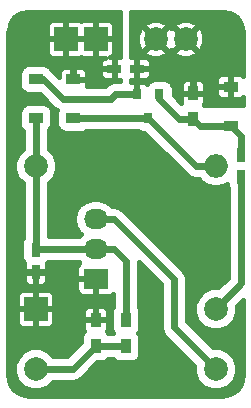
<source format=gbr>
G04 #@! TF.FileFunction,Copper,L1,Top,Signal*
%FSLAX46Y46*%
G04 Gerber Fmt 4.6, Leading zero omitted, Abs format (unit mm)*
G04 Created by KiCad (PCBNEW 4.0.7) date 03/13/18 20:21:14*
%MOMM*%
%LPD*%
G01*
G04 APERTURE LIST*
%ADD10C,0.100000*%
%ADD11R,1.200000X0.750000*%
%ADD12R,0.750000X1.200000*%
%ADD13R,1.200000X0.900000*%
%ADD14R,2.030000X1.730000*%
%ADD15O,2.030000X1.730000*%
%ADD16C,2.000000*%
%ADD17O,2.000000X2.000000*%
%ADD18R,0.800000X0.900000*%
%ADD19R,0.900000X1.200000*%
%ADD20R,2.000000X2.000000*%
%ADD21C,0.600000*%
%ADD22C,0.400000*%
G04 APERTURE END LIST*
D10*
D11*
X12380000Y-6350000D03*
X10480000Y-6350000D03*
D12*
X21209000Y-13655000D03*
X21209000Y-15555000D03*
X3810000Y-21656000D03*
X3810000Y-23556000D03*
D13*
X20320000Y-7875000D03*
X20320000Y-11175000D03*
X6985000Y-10540000D03*
X6985000Y-7240000D03*
X3810000Y-7240000D03*
X3810000Y-10540000D03*
D14*
X8890000Y-24130000D03*
D15*
X8890000Y-21590000D03*
X8890000Y-19050000D03*
D16*
X3810000Y-14605000D03*
D17*
X19050000Y-14605000D03*
D18*
X14285000Y-8525000D03*
X12385000Y-8525000D03*
X13335000Y-10525000D03*
D19*
X17145000Y-8425000D03*
X17145000Y-10625000D03*
X11430000Y-27602000D03*
X11430000Y-29802000D03*
X8890000Y-29802000D03*
X8890000Y-27602000D03*
D20*
X8890000Y-3810000D03*
D16*
X3810000Y-31750000D03*
D20*
X3810000Y-26670000D03*
X6350000Y-3810000D03*
D16*
X13970000Y-3810000D03*
X16510000Y-3810000D03*
X19050000Y-31750000D03*
X19050000Y-26670000D03*
D21*
X3810000Y-7240000D02*
X4446000Y-7240000D01*
X10525000Y-8525000D02*
X12385000Y-8525000D01*
X10160000Y-8890000D02*
X10525000Y-8525000D01*
X6096000Y-8890000D02*
X10160000Y-8890000D01*
X4446000Y-7240000D02*
X6096000Y-8890000D01*
X3810000Y-7240000D02*
X3938000Y-7240000D01*
X21209000Y-13655000D02*
X21209000Y-12064000D01*
X21209000Y-12064000D02*
X20320000Y-11175000D01*
X20320000Y-11175000D02*
X20320000Y-11176000D01*
X20320000Y-11175000D02*
X17695000Y-11175000D01*
X17695000Y-11175000D02*
X17145000Y-10625000D01*
X14285000Y-8525000D02*
X14285000Y-8951000D01*
X14285000Y-8951000D02*
X15959000Y-10625000D01*
X15959000Y-10625000D02*
X17145000Y-10625000D01*
X3810000Y-14605000D02*
X3810000Y-21656000D01*
X3810000Y-10540000D02*
X3810000Y-14605000D01*
X8890000Y-21590000D02*
X10414000Y-21590000D01*
X11430000Y-22606000D02*
X11430000Y-27602000D01*
X10414000Y-21590000D02*
X11430000Y-22606000D01*
X3744000Y-21590000D02*
X8890000Y-21590000D01*
X6985000Y-10540000D02*
X13320000Y-10540000D01*
X13320000Y-10540000D02*
X17385000Y-14605000D01*
X17385000Y-14605000D02*
X19050000Y-14605000D01*
X11430000Y-29802000D02*
X8890000Y-29802000D01*
X8890000Y-29802000D02*
X6942000Y-31750000D01*
X6942000Y-31750000D02*
X3810000Y-31750000D01*
X8890000Y-19050000D02*
X10414000Y-19050000D01*
X15494000Y-28194000D02*
X19050000Y-31750000D01*
X15494000Y-24130000D02*
X15494000Y-28194000D01*
X10414000Y-19050000D02*
X15494000Y-24130000D01*
X21209000Y-15555000D02*
X21209000Y-24511000D01*
X21209000Y-24511000D02*
X19050000Y-26670000D01*
D22*
G36*
X20315607Y-1652578D02*
X20850211Y-2009789D01*
X21207422Y-2544393D01*
X21350000Y-3261179D01*
X21350000Y-7006472D01*
X21259873Y-6916345D01*
X21039348Y-6825000D01*
X20520000Y-6825000D01*
X20370000Y-6975000D01*
X20370000Y-7825000D01*
X20390000Y-7825000D01*
X20390000Y-7925000D01*
X20370000Y-7925000D01*
X20370000Y-8775000D01*
X20520000Y-8925000D01*
X21039348Y-8925000D01*
X21259873Y-8833655D01*
X21350000Y-8743528D01*
X21350000Y-9452000D01*
X18173451Y-9452000D01*
X18080226Y-9388302D01*
X18103656Y-9364872D01*
X18195000Y-9144347D01*
X18195000Y-8625000D01*
X18045000Y-8475000D01*
X17195000Y-8475000D01*
X17195000Y-8495000D01*
X17095000Y-8495000D01*
X17095000Y-8475000D01*
X16245000Y-8475000D01*
X16095000Y-8625000D01*
X16095000Y-9144347D01*
X16138146Y-9248511D01*
X15500672Y-8611038D01*
X15500672Y-8075000D01*
X15444889Y-7778538D01*
X15397989Y-7705653D01*
X16095000Y-7705653D01*
X16095000Y-8225000D01*
X16245000Y-8375000D01*
X17095000Y-8375000D01*
X17095000Y-7375000D01*
X17195000Y-7375000D01*
X17195000Y-8375000D01*
X18045000Y-8375000D01*
X18195000Y-8225000D01*
X18195000Y-8075000D01*
X19120000Y-8075000D01*
X19120000Y-8444347D01*
X19211344Y-8664872D01*
X19380127Y-8833655D01*
X19600652Y-8925000D01*
X20120000Y-8925000D01*
X20270000Y-8775000D01*
X20270000Y-7925000D01*
X19270000Y-7925000D01*
X19120000Y-8075000D01*
X18195000Y-8075000D01*
X18195000Y-7705653D01*
X18103656Y-7485128D01*
X17934873Y-7316345D01*
X17909061Y-7305653D01*
X19120000Y-7305653D01*
X19120000Y-7675000D01*
X19270000Y-7825000D01*
X20270000Y-7825000D01*
X20270000Y-6975000D01*
X20120000Y-6825000D01*
X19600652Y-6825000D01*
X19380127Y-6916345D01*
X19211344Y-7085128D01*
X19120000Y-7305653D01*
X17909061Y-7305653D01*
X17714348Y-7225000D01*
X17345000Y-7225000D01*
X17195000Y-7375000D01*
X17095000Y-7375000D01*
X16945000Y-7225000D01*
X16575652Y-7225000D01*
X16355127Y-7316345D01*
X16186344Y-7485128D01*
X16095000Y-7705653D01*
X15397989Y-7705653D01*
X15269680Y-7506256D01*
X15002342Y-7323591D01*
X14685000Y-7259328D01*
X13885000Y-7259328D01*
X13588538Y-7315111D01*
X13316256Y-7490320D01*
X13207710Y-7649182D01*
X13124873Y-7566345D01*
X12904348Y-7475000D01*
X12585000Y-7475000D01*
X12435000Y-7625000D01*
X12435000Y-8475000D01*
X12455000Y-8475000D01*
X12455000Y-8575000D01*
X12435000Y-8575000D01*
X12435000Y-8595000D01*
X12335000Y-8595000D01*
X12335000Y-8575000D01*
X12315000Y-8575000D01*
X12315000Y-8475000D01*
X12335000Y-8475000D01*
X12335000Y-7625000D01*
X12185000Y-7475000D01*
X11884000Y-7475000D01*
X11884000Y-7325000D01*
X12180000Y-7325000D01*
X12330000Y-7175000D01*
X12330000Y-6400000D01*
X12430000Y-6400000D01*
X12430000Y-7175000D01*
X12580000Y-7325000D01*
X13099347Y-7325000D01*
X13319872Y-7233656D01*
X13488655Y-7064873D01*
X13580000Y-6844348D01*
X13580000Y-6550000D01*
X13430000Y-6400000D01*
X12430000Y-6400000D01*
X12330000Y-6400000D01*
X12310000Y-6400000D01*
X12310000Y-6300000D01*
X12330000Y-6300000D01*
X12330000Y-5525000D01*
X12430000Y-5525000D01*
X12430000Y-6300000D01*
X13430000Y-6300000D01*
X13580000Y-6150000D01*
X13580000Y-5855652D01*
X13488655Y-5635127D01*
X13319872Y-5466344D01*
X13099347Y-5375000D01*
X12580000Y-5375000D01*
X12430000Y-5525000D01*
X12330000Y-5525000D01*
X12180000Y-5375000D01*
X11884000Y-5375000D01*
X11884000Y-4892228D01*
X12958482Y-4892228D01*
X13052020Y-5158556D01*
X13637967Y-5407199D01*
X14274463Y-5412683D01*
X14864607Y-5174173D01*
X14887980Y-5158556D01*
X14981518Y-4892228D01*
X15498482Y-4892228D01*
X15592020Y-5158556D01*
X16177967Y-5407199D01*
X16814463Y-5412683D01*
X17404607Y-5174173D01*
X17427980Y-5158556D01*
X17521518Y-4892228D01*
X16510000Y-3880711D01*
X15498482Y-4892228D01*
X14981518Y-4892228D01*
X13970000Y-3880711D01*
X12958482Y-4892228D01*
X11884000Y-4892228D01*
X11884000Y-4114463D01*
X12367317Y-4114463D01*
X12605827Y-4704607D01*
X12621444Y-4727980D01*
X12887772Y-4821518D01*
X13899289Y-3810000D01*
X14040711Y-3810000D01*
X15052228Y-4821518D01*
X15240000Y-4755570D01*
X15427772Y-4821518D01*
X16439289Y-3810000D01*
X16580711Y-3810000D01*
X17592228Y-4821518D01*
X17858556Y-4727980D01*
X18107199Y-4142033D01*
X18112683Y-3505537D01*
X17874173Y-2915393D01*
X17858556Y-2892020D01*
X17592228Y-2798482D01*
X16580711Y-3810000D01*
X16439289Y-3810000D01*
X15427772Y-2798482D01*
X15240000Y-2864430D01*
X15052228Y-2798482D01*
X14040711Y-3810000D01*
X13899289Y-3810000D01*
X12887772Y-2798482D01*
X12621444Y-2892020D01*
X12372801Y-3477967D01*
X12367317Y-4114463D01*
X11884000Y-4114463D01*
X11884000Y-2727772D01*
X12958482Y-2727772D01*
X13970000Y-3739289D01*
X14981518Y-2727772D01*
X15498482Y-2727772D01*
X16510000Y-3739289D01*
X17521518Y-2727772D01*
X17427980Y-2461444D01*
X16842033Y-2212801D01*
X16205537Y-2207317D01*
X15615393Y-2445827D01*
X15592020Y-2461444D01*
X15498482Y-2727772D01*
X14981518Y-2727772D01*
X14887980Y-2461444D01*
X14302033Y-2212801D01*
X13665537Y-2207317D01*
X13075393Y-2445827D01*
X13052020Y-2461444D01*
X12958482Y-2727772D01*
X11884000Y-2727772D01*
X11884000Y-1510000D01*
X19598821Y-1510000D01*
X20315607Y-1652578D01*
X20315607Y-1652578D01*
G37*
X20315607Y-1652578D02*
X20850211Y-2009789D01*
X21207422Y-2544393D01*
X21350000Y-3261179D01*
X21350000Y-7006472D01*
X21259873Y-6916345D01*
X21039348Y-6825000D01*
X20520000Y-6825000D01*
X20370000Y-6975000D01*
X20370000Y-7825000D01*
X20390000Y-7825000D01*
X20390000Y-7925000D01*
X20370000Y-7925000D01*
X20370000Y-8775000D01*
X20520000Y-8925000D01*
X21039348Y-8925000D01*
X21259873Y-8833655D01*
X21350000Y-8743528D01*
X21350000Y-9452000D01*
X18173451Y-9452000D01*
X18080226Y-9388302D01*
X18103656Y-9364872D01*
X18195000Y-9144347D01*
X18195000Y-8625000D01*
X18045000Y-8475000D01*
X17195000Y-8475000D01*
X17195000Y-8495000D01*
X17095000Y-8495000D01*
X17095000Y-8475000D01*
X16245000Y-8475000D01*
X16095000Y-8625000D01*
X16095000Y-9144347D01*
X16138146Y-9248511D01*
X15500672Y-8611038D01*
X15500672Y-8075000D01*
X15444889Y-7778538D01*
X15397989Y-7705653D01*
X16095000Y-7705653D01*
X16095000Y-8225000D01*
X16245000Y-8375000D01*
X17095000Y-8375000D01*
X17095000Y-7375000D01*
X17195000Y-7375000D01*
X17195000Y-8375000D01*
X18045000Y-8375000D01*
X18195000Y-8225000D01*
X18195000Y-8075000D01*
X19120000Y-8075000D01*
X19120000Y-8444347D01*
X19211344Y-8664872D01*
X19380127Y-8833655D01*
X19600652Y-8925000D01*
X20120000Y-8925000D01*
X20270000Y-8775000D01*
X20270000Y-7925000D01*
X19270000Y-7925000D01*
X19120000Y-8075000D01*
X18195000Y-8075000D01*
X18195000Y-7705653D01*
X18103656Y-7485128D01*
X17934873Y-7316345D01*
X17909061Y-7305653D01*
X19120000Y-7305653D01*
X19120000Y-7675000D01*
X19270000Y-7825000D01*
X20270000Y-7825000D01*
X20270000Y-6975000D01*
X20120000Y-6825000D01*
X19600652Y-6825000D01*
X19380127Y-6916345D01*
X19211344Y-7085128D01*
X19120000Y-7305653D01*
X17909061Y-7305653D01*
X17714348Y-7225000D01*
X17345000Y-7225000D01*
X17195000Y-7375000D01*
X17095000Y-7375000D01*
X16945000Y-7225000D01*
X16575652Y-7225000D01*
X16355127Y-7316345D01*
X16186344Y-7485128D01*
X16095000Y-7705653D01*
X15397989Y-7705653D01*
X15269680Y-7506256D01*
X15002342Y-7323591D01*
X14685000Y-7259328D01*
X13885000Y-7259328D01*
X13588538Y-7315111D01*
X13316256Y-7490320D01*
X13207710Y-7649182D01*
X13124873Y-7566345D01*
X12904348Y-7475000D01*
X12585000Y-7475000D01*
X12435000Y-7625000D01*
X12435000Y-8475000D01*
X12455000Y-8475000D01*
X12455000Y-8575000D01*
X12435000Y-8575000D01*
X12435000Y-8595000D01*
X12335000Y-8595000D01*
X12335000Y-8575000D01*
X12315000Y-8575000D01*
X12315000Y-8475000D01*
X12335000Y-8475000D01*
X12335000Y-7625000D01*
X12185000Y-7475000D01*
X11884000Y-7475000D01*
X11884000Y-7325000D01*
X12180000Y-7325000D01*
X12330000Y-7175000D01*
X12330000Y-6400000D01*
X12430000Y-6400000D01*
X12430000Y-7175000D01*
X12580000Y-7325000D01*
X13099347Y-7325000D01*
X13319872Y-7233656D01*
X13488655Y-7064873D01*
X13580000Y-6844348D01*
X13580000Y-6550000D01*
X13430000Y-6400000D01*
X12430000Y-6400000D01*
X12330000Y-6400000D01*
X12310000Y-6400000D01*
X12310000Y-6300000D01*
X12330000Y-6300000D01*
X12330000Y-5525000D01*
X12430000Y-5525000D01*
X12430000Y-6300000D01*
X13430000Y-6300000D01*
X13580000Y-6150000D01*
X13580000Y-5855652D01*
X13488655Y-5635127D01*
X13319872Y-5466344D01*
X13099347Y-5375000D01*
X12580000Y-5375000D01*
X12430000Y-5525000D01*
X12330000Y-5525000D01*
X12180000Y-5375000D01*
X11884000Y-5375000D01*
X11884000Y-4892228D01*
X12958482Y-4892228D01*
X13052020Y-5158556D01*
X13637967Y-5407199D01*
X14274463Y-5412683D01*
X14864607Y-5174173D01*
X14887980Y-5158556D01*
X14981518Y-4892228D01*
X15498482Y-4892228D01*
X15592020Y-5158556D01*
X16177967Y-5407199D01*
X16814463Y-5412683D01*
X17404607Y-5174173D01*
X17427980Y-5158556D01*
X17521518Y-4892228D01*
X16510000Y-3880711D01*
X15498482Y-4892228D01*
X14981518Y-4892228D01*
X13970000Y-3880711D01*
X12958482Y-4892228D01*
X11884000Y-4892228D01*
X11884000Y-4114463D01*
X12367317Y-4114463D01*
X12605827Y-4704607D01*
X12621444Y-4727980D01*
X12887772Y-4821518D01*
X13899289Y-3810000D01*
X14040711Y-3810000D01*
X15052228Y-4821518D01*
X15240000Y-4755570D01*
X15427772Y-4821518D01*
X16439289Y-3810000D01*
X16580711Y-3810000D01*
X17592228Y-4821518D01*
X17858556Y-4727980D01*
X18107199Y-4142033D01*
X18112683Y-3505537D01*
X17874173Y-2915393D01*
X17858556Y-2892020D01*
X17592228Y-2798482D01*
X16580711Y-3810000D01*
X16439289Y-3810000D01*
X15427772Y-2798482D01*
X15240000Y-2864430D01*
X15052228Y-2798482D01*
X14040711Y-3810000D01*
X13899289Y-3810000D01*
X12887772Y-2798482D01*
X12621444Y-2892020D01*
X12372801Y-3477967D01*
X12367317Y-4114463D01*
X11884000Y-4114463D01*
X11884000Y-2727772D01*
X12958482Y-2727772D01*
X13970000Y-3739289D01*
X14981518Y-2727772D01*
X15498482Y-2727772D01*
X16510000Y-3739289D01*
X17521518Y-2727772D01*
X17427980Y-2461444D01*
X16842033Y-2212801D01*
X16205537Y-2207317D01*
X15615393Y-2445827D01*
X15592020Y-2461444D01*
X15498482Y-2727772D01*
X14981518Y-2727772D01*
X14887980Y-2461444D01*
X14302033Y-2212801D01*
X13665537Y-2207317D01*
X13075393Y-2445827D01*
X13052020Y-2461444D01*
X12958482Y-2727772D01*
X11884000Y-2727772D01*
X11884000Y-1510000D01*
X19598821Y-1510000D01*
X20315607Y-1652578D01*
G36*
X10976000Y-5375000D02*
X10680000Y-5375000D01*
X10530000Y-5525000D01*
X10530000Y-6300000D01*
X10550000Y-6300000D01*
X10550000Y-6400000D01*
X10530000Y-6400000D01*
X10530000Y-7175000D01*
X10680000Y-7325000D01*
X10976000Y-7325000D01*
X10976000Y-7425000D01*
X10525000Y-7425000D01*
X10104048Y-7508733D01*
X9876238Y-7660951D01*
X9747183Y-7747183D01*
X9704366Y-7790000D01*
X8185000Y-7790000D01*
X8185000Y-7440000D01*
X8035000Y-7290000D01*
X7035000Y-7290000D01*
X7035000Y-7310000D01*
X6935000Y-7310000D01*
X6935000Y-7290000D01*
X6915000Y-7290000D01*
X6915000Y-7190000D01*
X6935000Y-7190000D01*
X6935000Y-6340000D01*
X7035000Y-6340000D01*
X7035000Y-7190000D01*
X8035000Y-7190000D01*
X8185000Y-7040000D01*
X8185000Y-6670653D01*
X8135025Y-6550000D01*
X9280000Y-6550000D01*
X9280000Y-6844348D01*
X9371345Y-7064873D01*
X9540128Y-7233656D01*
X9760653Y-7325000D01*
X10280000Y-7325000D01*
X10430000Y-7175000D01*
X10430000Y-6400000D01*
X9430000Y-6400000D01*
X9280000Y-6550000D01*
X8135025Y-6550000D01*
X8093656Y-6450128D01*
X7924873Y-6281345D01*
X7704348Y-6190000D01*
X7185000Y-6190000D01*
X7035000Y-6340000D01*
X6935000Y-6340000D01*
X6785000Y-6190000D01*
X6265652Y-6190000D01*
X6045127Y-6281345D01*
X5876344Y-6450128D01*
X5785000Y-6670653D01*
X5785000Y-7023366D01*
X5223817Y-6462183D01*
X5205775Y-6450128D01*
X5093818Y-6375320D01*
X4994680Y-6221256D01*
X4727342Y-6038591D01*
X4410000Y-5974328D01*
X3210000Y-5974328D01*
X2913538Y-6030111D01*
X2641256Y-6205320D01*
X2458591Y-6472658D01*
X2394328Y-6790000D01*
X2394328Y-7690000D01*
X2450111Y-7986462D01*
X2625320Y-8258744D01*
X2892658Y-8441409D01*
X3210000Y-8505672D01*
X4156038Y-8505672D01*
X5318182Y-9667817D01*
X5614700Y-9865944D01*
X5569328Y-10090000D01*
X5569328Y-10990000D01*
X5625111Y-11286462D01*
X5800320Y-11558744D01*
X6067658Y-11741409D01*
X6385000Y-11805672D01*
X7585000Y-11805672D01*
X7881462Y-11749889D01*
X8052234Y-11640000D01*
X12491195Y-11640000D01*
X12617658Y-11726409D01*
X12935000Y-11790672D01*
X13015038Y-11790672D01*
X16607182Y-15382817D01*
X16785616Y-15502042D01*
X16964048Y-15621267D01*
X17385000Y-15705000D01*
X17626488Y-15705000D01*
X17741944Y-15877792D01*
X18325906Y-16267983D01*
X19014736Y-16405000D01*
X19085264Y-16405000D01*
X19774094Y-16267983D01*
X20018328Y-16104791D01*
X20018328Y-16155000D01*
X20074111Y-16451462D01*
X20109000Y-16505681D01*
X20109000Y-24055365D01*
X19294153Y-24870212D01*
X18693529Y-24869688D01*
X18031714Y-25143145D01*
X17524924Y-25649051D01*
X17250313Y-26310387D01*
X17249688Y-27026471D01*
X17523145Y-27688286D01*
X18029051Y-28195076D01*
X18690387Y-28469687D01*
X19406471Y-28470312D01*
X20068286Y-28196855D01*
X20575076Y-27690949D01*
X20849687Y-27029613D01*
X20850214Y-26425420D01*
X21350000Y-25925635D01*
X21350000Y-32298821D01*
X21207422Y-33015607D01*
X20850211Y-33550211D01*
X20315607Y-33907422D01*
X19598821Y-34050000D01*
X3261179Y-34050000D01*
X2544393Y-33907422D01*
X2009789Y-33550211D01*
X1652578Y-33015607D01*
X1510000Y-32298821D01*
X1510000Y-26870000D01*
X2210000Y-26870000D01*
X2210000Y-27789348D01*
X2301345Y-28009873D01*
X2470128Y-28178656D01*
X2690653Y-28270000D01*
X3610000Y-28270000D01*
X3760000Y-28120000D01*
X3760000Y-26720000D01*
X3860000Y-26720000D01*
X3860000Y-28120000D01*
X4010000Y-28270000D01*
X4929347Y-28270000D01*
X5149872Y-28178656D01*
X5318655Y-28009873D01*
X5410000Y-27789348D01*
X5410000Y-26882653D01*
X7840000Y-26882653D01*
X7840000Y-27402000D01*
X7990000Y-27552000D01*
X8840000Y-27552000D01*
X8840000Y-26552000D01*
X8940000Y-26552000D01*
X8940000Y-27552000D01*
X9790000Y-27552000D01*
X9940000Y-27402000D01*
X9940000Y-26882653D01*
X9848656Y-26662128D01*
X9679873Y-26493345D01*
X9459348Y-26402000D01*
X9090000Y-26402000D01*
X8940000Y-26552000D01*
X8840000Y-26552000D01*
X8690000Y-26402000D01*
X8320652Y-26402000D01*
X8100127Y-26493345D01*
X7931344Y-26662128D01*
X7840000Y-26882653D01*
X5410000Y-26882653D01*
X5410000Y-26870000D01*
X5260000Y-26720000D01*
X3860000Y-26720000D01*
X3760000Y-26720000D01*
X2360000Y-26720000D01*
X2210000Y-26870000D01*
X1510000Y-26870000D01*
X1510000Y-25550652D01*
X2210000Y-25550652D01*
X2210000Y-26470000D01*
X2360000Y-26620000D01*
X3760000Y-26620000D01*
X3760000Y-25220000D01*
X3860000Y-25220000D01*
X3860000Y-26620000D01*
X5260000Y-26620000D01*
X5410000Y-26470000D01*
X5410000Y-25550652D01*
X5318655Y-25330127D01*
X5149872Y-25161344D01*
X4929347Y-25070000D01*
X4010000Y-25070000D01*
X3860000Y-25220000D01*
X3760000Y-25220000D01*
X3610000Y-25070000D01*
X2690653Y-25070000D01*
X2470128Y-25161344D01*
X2301345Y-25330127D01*
X2210000Y-25550652D01*
X1510000Y-25550652D01*
X1510000Y-23756000D01*
X2835000Y-23756000D01*
X2835000Y-24275347D01*
X2926344Y-24495872D01*
X3095127Y-24664655D01*
X3315652Y-24756000D01*
X3610000Y-24756000D01*
X3760000Y-24606000D01*
X3760000Y-23606000D01*
X3860000Y-23606000D01*
X3860000Y-24606000D01*
X4010000Y-24756000D01*
X4304348Y-24756000D01*
X4524873Y-24664655D01*
X4693656Y-24495872D01*
X4762362Y-24330000D01*
X7275000Y-24330000D01*
X7275000Y-25114348D01*
X7366345Y-25334873D01*
X7535128Y-25503656D01*
X7755653Y-25595000D01*
X8690000Y-25595000D01*
X8840000Y-25445000D01*
X8840000Y-24180000D01*
X7425000Y-24180000D01*
X7275000Y-24330000D01*
X4762362Y-24330000D01*
X4785000Y-24275347D01*
X4785000Y-23756000D01*
X4635000Y-23606000D01*
X3860000Y-23606000D01*
X3760000Y-23606000D01*
X2985000Y-23606000D01*
X2835000Y-23756000D01*
X1510000Y-23756000D01*
X1510000Y-14961471D01*
X2009688Y-14961471D01*
X2283145Y-15623286D01*
X2710000Y-16050887D01*
X2710000Y-20700007D01*
X2683591Y-20738658D01*
X2619328Y-21056000D01*
X2619328Y-22256000D01*
X2675111Y-22552462D01*
X2844001Y-22814923D01*
X2835000Y-22836653D01*
X2835000Y-23356000D01*
X2985000Y-23506000D01*
X3760000Y-23506000D01*
X3760000Y-23486000D01*
X3860000Y-23486000D01*
X3860000Y-23506000D01*
X4635000Y-23506000D01*
X4785000Y-23356000D01*
X4785000Y-22836653D01*
X4774242Y-22810680D01*
X4856700Y-22690000D01*
X7475437Y-22690000D01*
X7525919Y-22765553D01*
X7366345Y-22925127D01*
X7275000Y-23145652D01*
X7275000Y-23930000D01*
X7425000Y-24080000D01*
X8840000Y-24080000D01*
X8840000Y-24060000D01*
X8940000Y-24060000D01*
X8940000Y-24080000D01*
X8960000Y-24080000D01*
X8960000Y-24180000D01*
X8940000Y-24180000D01*
X8940000Y-25445000D01*
X9090000Y-25595000D01*
X10024347Y-25595000D01*
X10244872Y-25503656D01*
X10330000Y-25418528D01*
X10330000Y-26536242D01*
X10228591Y-26684658D01*
X10164328Y-27002000D01*
X10164328Y-28202000D01*
X10220111Y-28498462D01*
X10351084Y-28702000D01*
X9968916Y-28702000D01*
X9924680Y-28633256D01*
X9825226Y-28565302D01*
X9848656Y-28541872D01*
X9940000Y-28321347D01*
X9940000Y-27802000D01*
X9790000Y-27652000D01*
X8940000Y-27652000D01*
X8940000Y-27672000D01*
X8840000Y-27672000D01*
X8840000Y-27652000D01*
X7990000Y-27652000D01*
X7840000Y-27802000D01*
X7840000Y-28321347D01*
X7931344Y-28541872D01*
X7953725Y-28564253D01*
X7871256Y-28617320D01*
X7688591Y-28884658D01*
X7624328Y-29202000D01*
X7624328Y-29512038D01*
X6486366Y-30650000D01*
X5255284Y-30650000D01*
X4830949Y-30224924D01*
X4169613Y-29950313D01*
X3453529Y-29949688D01*
X2791714Y-30223145D01*
X2284924Y-30729051D01*
X2010313Y-31390387D01*
X2009688Y-32106471D01*
X2283145Y-32768286D01*
X2789051Y-33275076D01*
X3450387Y-33549687D01*
X4166471Y-33550312D01*
X4828286Y-33276855D01*
X5255887Y-32850000D01*
X6942000Y-32850000D01*
X7362952Y-32766267D01*
X7719817Y-32527817D01*
X9029962Y-31217672D01*
X9340000Y-31217672D01*
X9636462Y-31161889D01*
X9908744Y-30986680D01*
X9966604Y-30902000D01*
X10351084Y-30902000D01*
X10395320Y-30970744D01*
X10662658Y-31153409D01*
X10980000Y-31217672D01*
X11880000Y-31217672D01*
X12176462Y-31161889D01*
X12448744Y-30986680D01*
X12631409Y-30719342D01*
X12695672Y-30402000D01*
X12695672Y-29202000D01*
X12639889Y-28905538D01*
X12507794Y-28700257D01*
X12631409Y-28519342D01*
X12695672Y-28202000D01*
X12695672Y-27002000D01*
X12639889Y-26705538D01*
X12530000Y-26534766D01*
X12530000Y-22721635D01*
X14394000Y-24585635D01*
X14394000Y-28194000D01*
X14477733Y-28614952D01*
X14602715Y-28802000D01*
X14716183Y-28971817D01*
X17250212Y-31505847D01*
X17249688Y-32106471D01*
X17523145Y-32768286D01*
X18029051Y-33275076D01*
X18690387Y-33549687D01*
X19406471Y-33550312D01*
X20068286Y-33276855D01*
X20575076Y-32770949D01*
X20849687Y-32109613D01*
X20850312Y-31393529D01*
X20576855Y-30731714D01*
X20070949Y-30224924D01*
X19409613Y-29950313D01*
X18805420Y-29949786D01*
X16594000Y-27738366D01*
X16594000Y-24130000D01*
X16510267Y-23709048D01*
X16414758Y-23566108D01*
X16271818Y-23352183D01*
X11191817Y-18272183D01*
X10834952Y-18033733D01*
X10414000Y-17950000D01*
X10304563Y-17950000D01*
X10252891Y-17872667D01*
X9712726Y-17511741D01*
X9075558Y-17385000D01*
X8704442Y-17385000D01*
X8067274Y-17511741D01*
X7527109Y-17872667D01*
X7166183Y-18412832D01*
X7039442Y-19050000D01*
X7166183Y-19687168D01*
X7527109Y-20227333D01*
X7665795Y-20320000D01*
X7527109Y-20412667D01*
X7475437Y-20490000D01*
X4910000Y-20490000D01*
X4910000Y-16050284D01*
X5335076Y-15625949D01*
X5609687Y-14964613D01*
X5610312Y-14248529D01*
X5336855Y-13586714D01*
X4910000Y-13159113D01*
X4910000Y-11618916D01*
X4978744Y-11574680D01*
X5161409Y-11307342D01*
X5225672Y-10990000D01*
X5225672Y-10090000D01*
X5169889Y-9793538D01*
X4994680Y-9521256D01*
X4727342Y-9338591D01*
X4410000Y-9274328D01*
X3210000Y-9274328D01*
X2913538Y-9330111D01*
X2641256Y-9505320D01*
X2458591Y-9772658D01*
X2394328Y-10090000D01*
X2394328Y-10990000D01*
X2450111Y-11286462D01*
X2625320Y-11558744D01*
X2710000Y-11616604D01*
X2710000Y-13159716D01*
X2284924Y-13584051D01*
X2010313Y-14245387D01*
X2009688Y-14961471D01*
X1510000Y-14961471D01*
X1510000Y-4010000D01*
X4750000Y-4010000D01*
X4750000Y-4929348D01*
X4841345Y-5149873D01*
X5010128Y-5318656D01*
X5230653Y-5410000D01*
X6150000Y-5410000D01*
X6300000Y-5260000D01*
X6300000Y-3860000D01*
X6400000Y-3860000D01*
X6400000Y-5260000D01*
X6550000Y-5410000D01*
X7469347Y-5410000D01*
X7620000Y-5347598D01*
X7770653Y-5410000D01*
X8690000Y-5410000D01*
X8840000Y-5260000D01*
X8840000Y-3860000D01*
X8940000Y-3860000D01*
X8940000Y-5260000D01*
X9090000Y-5410000D01*
X9676155Y-5410000D01*
X9540128Y-5466344D01*
X9371345Y-5635127D01*
X9280000Y-5855652D01*
X9280000Y-6150000D01*
X9430000Y-6300000D01*
X10430000Y-6300000D01*
X10430000Y-5525000D01*
X10280000Y-5375000D01*
X10093845Y-5375000D01*
X10229872Y-5318656D01*
X10398655Y-5149873D01*
X10490000Y-4929348D01*
X10490000Y-4010000D01*
X10340000Y-3860000D01*
X8940000Y-3860000D01*
X8840000Y-3860000D01*
X6400000Y-3860000D01*
X6300000Y-3860000D01*
X4900000Y-3860000D01*
X4750000Y-4010000D01*
X1510000Y-4010000D01*
X1510000Y-3261179D01*
X1623485Y-2690652D01*
X4750000Y-2690652D01*
X4750000Y-3610000D01*
X4900000Y-3760000D01*
X6300000Y-3760000D01*
X6300000Y-2360000D01*
X6400000Y-2360000D01*
X6400000Y-3760000D01*
X8840000Y-3760000D01*
X8840000Y-2360000D01*
X8940000Y-2360000D01*
X8940000Y-3760000D01*
X10340000Y-3760000D01*
X10490000Y-3610000D01*
X10490000Y-2690652D01*
X10398655Y-2470127D01*
X10229872Y-2301344D01*
X10009347Y-2210000D01*
X9090000Y-2210000D01*
X8940000Y-2360000D01*
X8840000Y-2360000D01*
X8690000Y-2210000D01*
X7770653Y-2210000D01*
X7620000Y-2272402D01*
X7469347Y-2210000D01*
X6550000Y-2210000D01*
X6400000Y-2360000D01*
X6300000Y-2360000D01*
X6150000Y-2210000D01*
X5230653Y-2210000D01*
X5010128Y-2301344D01*
X4841345Y-2470127D01*
X4750000Y-2690652D01*
X1623485Y-2690652D01*
X1652578Y-2544393D01*
X2009789Y-2009789D01*
X2544393Y-1652578D01*
X3261179Y-1510000D01*
X10976000Y-1510000D01*
X10976000Y-5375000D01*
X10976000Y-5375000D01*
G37*
X10976000Y-5375000D02*
X10680000Y-5375000D01*
X10530000Y-5525000D01*
X10530000Y-6300000D01*
X10550000Y-6300000D01*
X10550000Y-6400000D01*
X10530000Y-6400000D01*
X10530000Y-7175000D01*
X10680000Y-7325000D01*
X10976000Y-7325000D01*
X10976000Y-7425000D01*
X10525000Y-7425000D01*
X10104048Y-7508733D01*
X9876238Y-7660951D01*
X9747183Y-7747183D01*
X9704366Y-7790000D01*
X8185000Y-7790000D01*
X8185000Y-7440000D01*
X8035000Y-7290000D01*
X7035000Y-7290000D01*
X7035000Y-7310000D01*
X6935000Y-7310000D01*
X6935000Y-7290000D01*
X6915000Y-7290000D01*
X6915000Y-7190000D01*
X6935000Y-7190000D01*
X6935000Y-6340000D01*
X7035000Y-6340000D01*
X7035000Y-7190000D01*
X8035000Y-7190000D01*
X8185000Y-7040000D01*
X8185000Y-6670653D01*
X8135025Y-6550000D01*
X9280000Y-6550000D01*
X9280000Y-6844348D01*
X9371345Y-7064873D01*
X9540128Y-7233656D01*
X9760653Y-7325000D01*
X10280000Y-7325000D01*
X10430000Y-7175000D01*
X10430000Y-6400000D01*
X9430000Y-6400000D01*
X9280000Y-6550000D01*
X8135025Y-6550000D01*
X8093656Y-6450128D01*
X7924873Y-6281345D01*
X7704348Y-6190000D01*
X7185000Y-6190000D01*
X7035000Y-6340000D01*
X6935000Y-6340000D01*
X6785000Y-6190000D01*
X6265652Y-6190000D01*
X6045127Y-6281345D01*
X5876344Y-6450128D01*
X5785000Y-6670653D01*
X5785000Y-7023366D01*
X5223817Y-6462183D01*
X5205775Y-6450128D01*
X5093818Y-6375320D01*
X4994680Y-6221256D01*
X4727342Y-6038591D01*
X4410000Y-5974328D01*
X3210000Y-5974328D01*
X2913538Y-6030111D01*
X2641256Y-6205320D01*
X2458591Y-6472658D01*
X2394328Y-6790000D01*
X2394328Y-7690000D01*
X2450111Y-7986462D01*
X2625320Y-8258744D01*
X2892658Y-8441409D01*
X3210000Y-8505672D01*
X4156038Y-8505672D01*
X5318182Y-9667817D01*
X5614700Y-9865944D01*
X5569328Y-10090000D01*
X5569328Y-10990000D01*
X5625111Y-11286462D01*
X5800320Y-11558744D01*
X6067658Y-11741409D01*
X6385000Y-11805672D01*
X7585000Y-11805672D01*
X7881462Y-11749889D01*
X8052234Y-11640000D01*
X12491195Y-11640000D01*
X12617658Y-11726409D01*
X12935000Y-11790672D01*
X13015038Y-11790672D01*
X16607182Y-15382817D01*
X16785616Y-15502042D01*
X16964048Y-15621267D01*
X17385000Y-15705000D01*
X17626488Y-15705000D01*
X17741944Y-15877792D01*
X18325906Y-16267983D01*
X19014736Y-16405000D01*
X19085264Y-16405000D01*
X19774094Y-16267983D01*
X20018328Y-16104791D01*
X20018328Y-16155000D01*
X20074111Y-16451462D01*
X20109000Y-16505681D01*
X20109000Y-24055365D01*
X19294153Y-24870212D01*
X18693529Y-24869688D01*
X18031714Y-25143145D01*
X17524924Y-25649051D01*
X17250313Y-26310387D01*
X17249688Y-27026471D01*
X17523145Y-27688286D01*
X18029051Y-28195076D01*
X18690387Y-28469687D01*
X19406471Y-28470312D01*
X20068286Y-28196855D01*
X20575076Y-27690949D01*
X20849687Y-27029613D01*
X20850214Y-26425420D01*
X21350000Y-25925635D01*
X21350000Y-32298821D01*
X21207422Y-33015607D01*
X20850211Y-33550211D01*
X20315607Y-33907422D01*
X19598821Y-34050000D01*
X3261179Y-34050000D01*
X2544393Y-33907422D01*
X2009789Y-33550211D01*
X1652578Y-33015607D01*
X1510000Y-32298821D01*
X1510000Y-26870000D01*
X2210000Y-26870000D01*
X2210000Y-27789348D01*
X2301345Y-28009873D01*
X2470128Y-28178656D01*
X2690653Y-28270000D01*
X3610000Y-28270000D01*
X3760000Y-28120000D01*
X3760000Y-26720000D01*
X3860000Y-26720000D01*
X3860000Y-28120000D01*
X4010000Y-28270000D01*
X4929347Y-28270000D01*
X5149872Y-28178656D01*
X5318655Y-28009873D01*
X5410000Y-27789348D01*
X5410000Y-26882653D01*
X7840000Y-26882653D01*
X7840000Y-27402000D01*
X7990000Y-27552000D01*
X8840000Y-27552000D01*
X8840000Y-26552000D01*
X8940000Y-26552000D01*
X8940000Y-27552000D01*
X9790000Y-27552000D01*
X9940000Y-27402000D01*
X9940000Y-26882653D01*
X9848656Y-26662128D01*
X9679873Y-26493345D01*
X9459348Y-26402000D01*
X9090000Y-26402000D01*
X8940000Y-26552000D01*
X8840000Y-26552000D01*
X8690000Y-26402000D01*
X8320652Y-26402000D01*
X8100127Y-26493345D01*
X7931344Y-26662128D01*
X7840000Y-26882653D01*
X5410000Y-26882653D01*
X5410000Y-26870000D01*
X5260000Y-26720000D01*
X3860000Y-26720000D01*
X3760000Y-26720000D01*
X2360000Y-26720000D01*
X2210000Y-26870000D01*
X1510000Y-26870000D01*
X1510000Y-25550652D01*
X2210000Y-25550652D01*
X2210000Y-26470000D01*
X2360000Y-26620000D01*
X3760000Y-26620000D01*
X3760000Y-25220000D01*
X3860000Y-25220000D01*
X3860000Y-26620000D01*
X5260000Y-26620000D01*
X5410000Y-26470000D01*
X5410000Y-25550652D01*
X5318655Y-25330127D01*
X5149872Y-25161344D01*
X4929347Y-25070000D01*
X4010000Y-25070000D01*
X3860000Y-25220000D01*
X3760000Y-25220000D01*
X3610000Y-25070000D01*
X2690653Y-25070000D01*
X2470128Y-25161344D01*
X2301345Y-25330127D01*
X2210000Y-25550652D01*
X1510000Y-25550652D01*
X1510000Y-23756000D01*
X2835000Y-23756000D01*
X2835000Y-24275347D01*
X2926344Y-24495872D01*
X3095127Y-24664655D01*
X3315652Y-24756000D01*
X3610000Y-24756000D01*
X3760000Y-24606000D01*
X3760000Y-23606000D01*
X3860000Y-23606000D01*
X3860000Y-24606000D01*
X4010000Y-24756000D01*
X4304348Y-24756000D01*
X4524873Y-24664655D01*
X4693656Y-24495872D01*
X4762362Y-24330000D01*
X7275000Y-24330000D01*
X7275000Y-25114348D01*
X7366345Y-25334873D01*
X7535128Y-25503656D01*
X7755653Y-25595000D01*
X8690000Y-25595000D01*
X8840000Y-25445000D01*
X8840000Y-24180000D01*
X7425000Y-24180000D01*
X7275000Y-24330000D01*
X4762362Y-24330000D01*
X4785000Y-24275347D01*
X4785000Y-23756000D01*
X4635000Y-23606000D01*
X3860000Y-23606000D01*
X3760000Y-23606000D01*
X2985000Y-23606000D01*
X2835000Y-23756000D01*
X1510000Y-23756000D01*
X1510000Y-14961471D01*
X2009688Y-14961471D01*
X2283145Y-15623286D01*
X2710000Y-16050887D01*
X2710000Y-20700007D01*
X2683591Y-20738658D01*
X2619328Y-21056000D01*
X2619328Y-22256000D01*
X2675111Y-22552462D01*
X2844001Y-22814923D01*
X2835000Y-22836653D01*
X2835000Y-23356000D01*
X2985000Y-23506000D01*
X3760000Y-23506000D01*
X3760000Y-23486000D01*
X3860000Y-23486000D01*
X3860000Y-23506000D01*
X4635000Y-23506000D01*
X4785000Y-23356000D01*
X4785000Y-22836653D01*
X4774242Y-22810680D01*
X4856700Y-22690000D01*
X7475437Y-22690000D01*
X7525919Y-22765553D01*
X7366345Y-22925127D01*
X7275000Y-23145652D01*
X7275000Y-23930000D01*
X7425000Y-24080000D01*
X8840000Y-24080000D01*
X8840000Y-24060000D01*
X8940000Y-24060000D01*
X8940000Y-24080000D01*
X8960000Y-24080000D01*
X8960000Y-24180000D01*
X8940000Y-24180000D01*
X8940000Y-25445000D01*
X9090000Y-25595000D01*
X10024347Y-25595000D01*
X10244872Y-25503656D01*
X10330000Y-25418528D01*
X10330000Y-26536242D01*
X10228591Y-26684658D01*
X10164328Y-27002000D01*
X10164328Y-28202000D01*
X10220111Y-28498462D01*
X10351084Y-28702000D01*
X9968916Y-28702000D01*
X9924680Y-28633256D01*
X9825226Y-28565302D01*
X9848656Y-28541872D01*
X9940000Y-28321347D01*
X9940000Y-27802000D01*
X9790000Y-27652000D01*
X8940000Y-27652000D01*
X8940000Y-27672000D01*
X8840000Y-27672000D01*
X8840000Y-27652000D01*
X7990000Y-27652000D01*
X7840000Y-27802000D01*
X7840000Y-28321347D01*
X7931344Y-28541872D01*
X7953725Y-28564253D01*
X7871256Y-28617320D01*
X7688591Y-28884658D01*
X7624328Y-29202000D01*
X7624328Y-29512038D01*
X6486366Y-30650000D01*
X5255284Y-30650000D01*
X4830949Y-30224924D01*
X4169613Y-29950313D01*
X3453529Y-29949688D01*
X2791714Y-30223145D01*
X2284924Y-30729051D01*
X2010313Y-31390387D01*
X2009688Y-32106471D01*
X2283145Y-32768286D01*
X2789051Y-33275076D01*
X3450387Y-33549687D01*
X4166471Y-33550312D01*
X4828286Y-33276855D01*
X5255887Y-32850000D01*
X6942000Y-32850000D01*
X7362952Y-32766267D01*
X7719817Y-32527817D01*
X9029962Y-31217672D01*
X9340000Y-31217672D01*
X9636462Y-31161889D01*
X9908744Y-30986680D01*
X9966604Y-30902000D01*
X10351084Y-30902000D01*
X10395320Y-30970744D01*
X10662658Y-31153409D01*
X10980000Y-31217672D01*
X11880000Y-31217672D01*
X12176462Y-31161889D01*
X12448744Y-30986680D01*
X12631409Y-30719342D01*
X12695672Y-30402000D01*
X12695672Y-29202000D01*
X12639889Y-28905538D01*
X12507794Y-28700257D01*
X12631409Y-28519342D01*
X12695672Y-28202000D01*
X12695672Y-27002000D01*
X12639889Y-26705538D01*
X12530000Y-26534766D01*
X12530000Y-22721635D01*
X14394000Y-24585635D01*
X14394000Y-28194000D01*
X14477733Y-28614952D01*
X14602715Y-28802000D01*
X14716183Y-28971817D01*
X17250212Y-31505847D01*
X17249688Y-32106471D01*
X17523145Y-32768286D01*
X18029051Y-33275076D01*
X18690387Y-33549687D01*
X19406471Y-33550312D01*
X20068286Y-33276855D01*
X20575076Y-32770949D01*
X20849687Y-32109613D01*
X20850312Y-31393529D01*
X20576855Y-30731714D01*
X20070949Y-30224924D01*
X19409613Y-29950313D01*
X18805420Y-29949786D01*
X16594000Y-27738366D01*
X16594000Y-24130000D01*
X16510267Y-23709048D01*
X16414758Y-23566108D01*
X16271818Y-23352183D01*
X11191817Y-18272183D01*
X10834952Y-18033733D01*
X10414000Y-17950000D01*
X10304563Y-17950000D01*
X10252891Y-17872667D01*
X9712726Y-17511741D01*
X9075558Y-17385000D01*
X8704442Y-17385000D01*
X8067274Y-17511741D01*
X7527109Y-17872667D01*
X7166183Y-18412832D01*
X7039442Y-19050000D01*
X7166183Y-19687168D01*
X7527109Y-20227333D01*
X7665795Y-20320000D01*
X7527109Y-20412667D01*
X7475437Y-20490000D01*
X4910000Y-20490000D01*
X4910000Y-16050284D01*
X5335076Y-15625949D01*
X5609687Y-14964613D01*
X5610312Y-14248529D01*
X5336855Y-13586714D01*
X4910000Y-13159113D01*
X4910000Y-11618916D01*
X4978744Y-11574680D01*
X5161409Y-11307342D01*
X5225672Y-10990000D01*
X5225672Y-10090000D01*
X5169889Y-9793538D01*
X4994680Y-9521256D01*
X4727342Y-9338591D01*
X4410000Y-9274328D01*
X3210000Y-9274328D01*
X2913538Y-9330111D01*
X2641256Y-9505320D01*
X2458591Y-9772658D01*
X2394328Y-10090000D01*
X2394328Y-10990000D01*
X2450111Y-11286462D01*
X2625320Y-11558744D01*
X2710000Y-11616604D01*
X2710000Y-13159716D01*
X2284924Y-13584051D01*
X2010313Y-14245387D01*
X2009688Y-14961471D01*
X1510000Y-14961471D01*
X1510000Y-4010000D01*
X4750000Y-4010000D01*
X4750000Y-4929348D01*
X4841345Y-5149873D01*
X5010128Y-5318656D01*
X5230653Y-5410000D01*
X6150000Y-5410000D01*
X6300000Y-5260000D01*
X6300000Y-3860000D01*
X6400000Y-3860000D01*
X6400000Y-5260000D01*
X6550000Y-5410000D01*
X7469347Y-5410000D01*
X7620000Y-5347598D01*
X7770653Y-5410000D01*
X8690000Y-5410000D01*
X8840000Y-5260000D01*
X8840000Y-3860000D01*
X8940000Y-3860000D01*
X8940000Y-5260000D01*
X9090000Y-5410000D01*
X9676155Y-5410000D01*
X9540128Y-5466344D01*
X9371345Y-5635127D01*
X9280000Y-5855652D01*
X9280000Y-6150000D01*
X9430000Y-6300000D01*
X10430000Y-6300000D01*
X10430000Y-5525000D01*
X10280000Y-5375000D01*
X10093845Y-5375000D01*
X10229872Y-5318656D01*
X10398655Y-5149873D01*
X10490000Y-4929348D01*
X10490000Y-4010000D01*
X10340000Y-3860000D01*
X8940000Y-3860000D01*
X8840000Y-3860000D01*
X6400000Y-3860000D01*
X6300000Y-3860000D01*
X4900000Y-3860000D01*
X4750000Y-4010000D01*
X1510000Y-4010000D01*
X1510000Y-3261179D01*
X1623485Y-2690652D01*
X4750000Y-2690652D01*
X4750000Y-3610000D01*
X4900000Y-3760000D01*
X6300000Y-3760000D01*
X6300000Y-2360000D01*
X6400000Y-2360000D01*
X6400000Y-3760000D01*
X8840000Y-3760000D01*
X8840000Y-2360000D01*
X8940000Y-2360000D01*
X8940000Y-3760000D01*
X10340000Y-3760000D01*
X10490000Y-3610000D01*
X10490000Y-2690652D01*
X10398655Y-2470127D01*
X10229872Y-2301344D01*
X10009347Y-2210000D01*
X9090000Y-2210000D01*
X8940000Y-2360000D01*
X8840000Y-2360000D01*
X8690000Y-2210000D01*
X7770653Y-2210000D01*
X7620000Y-2272402D01*
X7469347Y-2210000D01*
X6550000Y-2210000D01*
X6400000Y-2360000D01*
X6300000Y-2360000D01*
X6150000Y-2210000D01*
X5230653Y-2210000D01*
X5010128Y-2301344D01*
X4841345Y-2470127D01*
X4750000Y-2690652D01*
X1623485Y-2690652D01*
X1652578Y-2544393D01*
X2009789Y-2009789D01*
X2544393Y-1652578D01*
X3261179Y-1510000D01*
X10976000Y-1510000D01*
X10976000Y-5375000D01*
M02*

</source>
